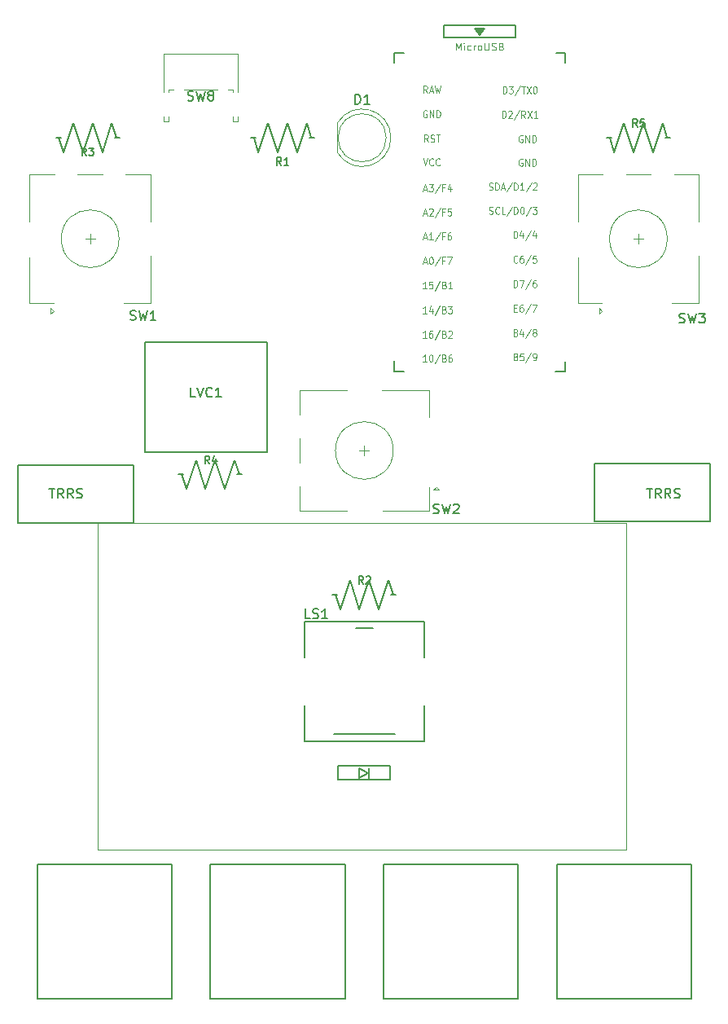
<source format=gbr>
G04 #@! TF.GenerationSoftware,KiCad,Pcbnew,5.1.5+dfsg1-2build2*
G04 #@! TF.CreationDate,2021-03-25T10:03:56+09:00*
G04 #@! TF.ProjectId,pad,7061642e-6b69-4636-9164-5f7063625858,rev?*
G04 #@! TF.SameCoordinates,Original*
G04 #@! TF.FileFunction,Legend,Top*
G04 #@! TF.FilePolarity,Positive*
%FSLAX46Y46*%
G04 Gerber Fmt 4.6, Leading zero omitted, Abs format (unit mm)*
G04 Created by KiCad (PCBNEW 5.1.5+dfsg1-2build2) date 2021-03-25 10:03:56*
%MOMM*%
%LPD*%
G04 APERTURE LIST*
%ADD10C,0.120000*%
%ADD11C,0.150000*%
%ADD12C,0.125000*%
G04 APERTURE END LIST*
D10*
X82750000Y-103500000D02*
X82750000Y-137500000D01*
X137750000Y-103500000D02*
X82750000Y-103500000D01*
X137750000Y-137500000D02*
X137750000Y-103500000D01*
X82750000Y-137500000D02*
X137750000Y-137500000D01*
D11*
X74500000Y-103500000D02*
X74500000Y-97500000D01*
X74500000Y-97500000D02*
X86500000Y-97500000D01*
X86500000Y-97500000D02*
X86500000Y-103500000D01*
X86500000Y-103500000D02*
X74500000Y-103500000D01*
X146431000Y-97400000D02*
X146431000Y-103400000D01*
X146431000Y-103400000D02*
X134431000Y-103400000D01*
X134431000Y-103400000D02*
X134431000Y-97400000D01*
X134431000Y-97400000D02*
X146431000Y-97400000D01*
X107800000Y-128750000D02*
X107800000Y-130250000D01*
X113200000Y-128750000D02*
X107800000Y-128750000D01*
X113200000Y-130250000D02*
X113200000Y-128750000D01*
X107800000Y-130250000D02*
X113200000Y-130250000D01*
X111000000Y-130000000D02*
X111000000Y-129000000D01*
X110000000Y-129000000D02*
X110900000Y-129500000D01*
X110000000Y-130000000D02*
X110000000Y-129000000D01*
X110900000Y-129500000D02*
X110000000Y-130000000D01*
X100430000Y-84730000D02*
X87730000Y-84730000D01*
X100430000Y-96160000D02*
X100430000Y-84730000D01*
X87730000Y-96160000D02*
X100430000Y-96160000D01*
X87730000Y-84730000D02*
X87730000Y-96160000D01*
X99000000Y-63500000D02*
X99500000Y-65000000D01*
X104500000Y-62000000D02*
X105000000Y-63500000D01*
X100500000Y-62000000D02*
X99500000Y-65000000D01*
X100500000Y-62000000D02*
X101500000Y-65000000D01*
X102500000Y-62000000D02*
X103500000Y-65000000D01*
X102500000Y-62000000D02*
X101500000Y-65000000D01*
X99206000Y-63500000D02*
X98698000Y-63500000D01*
X105302000Y-63500000D02*
X104794000Y-63500000D01*
X104500000Y-62000000D02*
X103500000Y-65000000D01*
X107500000Y-111000000D02*
X108000000Y-112500000D01*
X113000000Y-109500000D02*
X113500000Y-111000000D01*
X109000000Y-109500000D02*
X108000000Y-112500000D01*
X109000000Y-109500000D02*
X110000000Y-112500000D01*
X111000000Y-109500000D02*
X112000000Y-112500000D01*
X111000000Y-109500000D02*
X110000000Y-112500000D01*
X107706000Y-111000000D02*
X107198000Y-111000000D01*
X113802000Y-111000000D02*
X113294000Y-111000000D01*
X113000000Y-109500000D02*
X112000000Y-112500000D01*
D10*
X82000000Y-74500000D02*
X82000000Y-73500000D01*
X81500000Y-74000000D02*
X82500000Y-74000000D01*
X85700000Y-67300000D02*
X88300000Y-67300000D01*
X80700000Y-67300000D02*
X83300000Y-67300000D01*
X75700000Y-67300000D02*
X78300000Y-67300000D01*
X77900000Y-81200000D02*
X78200000Y-81500000D01*
X77900000Y-81800000D02*
X77900000Y-81200000D01*
X78200000Y-81500000D02*
X77900000Y-81800000D01*
X75700000Y-80700000D02*
X78200000Y-80700000D01*
X75700000Y-75900000D02*
X75700000Y-80700000D01*
X88300000Y-80700000D02*
X85500000Y-80700000D01*
X88300000Y-75800000D02*
X88300000Y-80700000D01*
X88300000Y-67300000D02*
X88300000Y-72200000D01*
X75700000Y-72200000D02*
X75700000Y-67300000D01*
X85000000Y-74000000D02*
G75*
G03X85000000Y-74000000I-3000000J0D01*
G01*
X113500000Y-96000000D02*
G75*
G03X113500000Y-96000000I-3000000J0D01*
G01*
X108700000Y-102300000D02*
X103800000Y-102300000D01*
X103800000Y-89700000D02*
X108700000Y-89700000D01*
X112300000Y-89700000D02*
X117200000Y-89700000D01*
X117200000Y-89700000D02*
X117200000Y-92500000D01*
X112400000Y-102300000D02*
X117200000Y-102300000D01*
X117200000Y-102300000D02*
X117200000Y-99800000D01*
X118000000Y-99800000D02*
X118300000Y-100100000D01*
X118300000Y-100100000D02*
X117700000Y-100100000D01*
X117700000Y-100100000D02*
X118000000Y-99800000D01*
X103800000Y-102300000D02*
X103800000Y-99700000D01*
X103800000Y-97300000D02*
X103800000Y-94700000D01*
X103800000Y-92300000D02*
X103800000Y-89700000D01*
X110500000Y-96500000D02*
X110500000Y-95500000D01*
X111000000Y-96000000D02*
X110000000Y-96000000D01*
X139000000Y-74500000D02*
X139000000Y-73500000D01*
X138500000Y-74000000D02*
X139500000Y-74000000D01*
X142700000Y-67300000D02*
X145300000Y-67300000D01*
X137700000Y-67300000D02*
X140300000Y-67300000D01*
X132700000Y-67300000D02*
X135300000Y-67300000D01*
X134900000Y-81200000D02*
X135200000Y-81500000D01*
X134900000Y-81800000D02*
X134900000Y-81200000D01*
X135200000Y-81500000D02*
X134900000Y-81800000D01*
X132700000Y-80700000D02*
X135200000Y-80700000D01*
X132700000Y-75900000D02*
X132700000Y-80700000D01*
X145300000Y-80700000D02*
X142500000Y-80700000D01*
X145300000Y-75800000D02*
X145300000Y-80700000D01*
X145300000Y-67300000D02*
X145300000Y-72200000D01*
X132700000Y-72200000D02*
X132700000Y-67300000D01*
X142000000Y-74000000D02*
G75*
G03X142000000Y-74000000I-3000000J0D01*
G01*
D11*
X90500000Y-139000000D02*
X90500000Y-153000000D01*
X90500000Y-153000000D02*
X76500000Y-153000000D01*
X90500000Y-139000000D02*
X76500000Y-139000000D01*
X76500000Y-139000000D02*
X76500000Y-153000000D01*
X94500000Y-139000000D02*
X94500000Y-153000000D01*
X108500000Y-139000000D02*
X94500000Y-139000000D01*
X108500000Y-153000000D02*
X94500000Y-153000000D01*
X108500000Y-139000000D02*
X108500000Y-153000000D01*
X126500000Y-139000000D02*
X126500000Y-153000000D01*
X126500000Y-153000000D02*
X112500000Y-153000000D01*
X126500000Y-139000000D02*
X112500000Y-139000000D01*
X112500000Y-139000000D02*
X112500000Y-153000000D01*
X130500000Y-139000000D02*
X130500000Y-153000000D01*
X144500000Y-139000000D02*
X130500000Y-139000000D01*
X144500000Y-153000000D02*
X130500000Y-153000000D01*
X144500000Y-139000000D02*
X144500000Y-153000000D01*
D10*
X90150000Y-58480000D02*
X90150000Y-58710000D01*
X89630000Y-54810000D02*
X97350000Y-54810000D01*
X97350000Y-54810000D02*
X97350000Y-58710000D01*
X89630000Y-61820000D02*
X90150000Y-61820000D01*
X89630000Y-54810000D02*
X89630000Y-58710000D01*
X96830000Y-58480000D02*
X96830000Y-58710000D01*
X90150000Y-61310000D02*
X90150000Y-61820000D01*
X89630000Y-61310000D02*
X89630000Y-61820000D01*
X96290000Y-58480000D02*
X96830000Y-58480000D01*
X96830000Y-61310000D02*
X96830000Y-61820000D01*
X96830000Y-61820000D02*
X97350000Y-61820000D01*
X97350000Y-61310000D02*
X97350000Y-61820000D01*
X90150000Y-58480000D02*
X90690000Y-58480000D01*
X91790000Y-58480000D02*
X95190000Y-58480000D01*
D11*
X131400000Y-87750000D02*
X130390000Y-87750000D01*
X113600000Y-87750000D02*
X114600000Y-87750000D01*
X131400000Y-86750000D02*
X131400000Y-87750000D01*
X113600000Y-86700000D02*
X113600000Y-87750000D01*
X131400000Y-54700000D02*
X130450000Y-54700000D01*
X113600000Y-54700000D02*
X114600000Y-54700000D01*
X131400000Y-54700000D02*
X131400000Y-55700000D01*
X113600000Y-54700000D02*
X113600000Y-55700000D01*
X118750000Y-51800000D02*
X118750000Y-53100000D01*
X118750000Y-53100000D02*
X126250000Y-53100000D01*
X126250000Y-53100000D02*
X126250000Y-51800000D01*
X126250000Y-51800000D02*
X118750000Y-51800000D01*
X122000000Y-52150000D02*
X123000000Y-52150000D01*
X123000000Y-52150000D02*
X122500000Y-52800000D01*
X122500000Y-52800000D02*
X122000000Y-52150000D01*
X122150000Y-52300000D02*
X122850000Y-52300000D01*
X122250000Y-52450000D02*
X122750000Y-52450000D01*
X122350000Y-52600000D02*
X122650000Y-52600000D01*
D10*
X113260000Y-63500462D02*
G75*
G03X107710000Y-61955170I-2990000J462D01*
G01*
X113260000Y-63499538D02*
G75*
G02X107710000Y-65044830I-2990000J-462D01*
G01*
X112770000Y-63500000D02*
G75*
G03X112770000Y-63500000I-2500000J0D01*
G01*
X107710000Y-61955000D02*
X107710000Y-65045000D01*
D11*
X116700000Y-113800000D02*
X104300000Y-113800000D01*
X104300000Y-126200000D02*
X116700000Y-126200000D01*
X104300000Y-113800000D02*
X104300000Y-117500000D01*
X116700000Y-113800000D02*
X116700000Y-117500000D01*
X104300000Y-126200000D02*
X104300000Y-122500000D01*
X116700000Y-126200000D02*
X116700000Y-122500000D01*
X109600000Y-114500000D02*
X111400000Y-114500000D01*
X107300000Y-125500000D02*
X113700000Y-125500000D01*
X84750000Y-63500000D02*
X84250000Y-62000000D01*
X79250000Y-65000000D02*
X78750000Y-63500000D01*
X83250000Y-65000000D02*
X84250000Y-62000000D01*
X83250000Y-65000000D02*
X82250000Y-62000000D01*
X81250000Y-65000000D02*
X80250000Y-62000000D01*
X81250000Y-65000000D02*
X82250000Y-62000000D01*
X84544000Y-63500000D02*
X85052000Y-63500000D01*
X78448000Y-63500000D02*
X78956000Y-63500000D01*
X79250000Y-65000000D02*
X80250000Y-62000000D01*
X97000000Y-97000000D02*
X96000000Y-100000000D01*
X97802000Y-98500000D02*
X97294000Y-98500000D01*
X91706000Y-98500000D02*
X91198000Y-98500000D01*
X95000000Y-97000000D02*
X94000000Y-100000000D01*
X95000000Y-97000000D02*
X96000000Y-100000000D01*
X93000000Y-97000000D02*
X94000000Y-100000000D01*
X93000000Y-97000000D02*
X92000000Y-100000000D01*
X97000000Y-97000000D02*
X97500000Y-98500000D01*
X91500000Y-98500000D02*
X92000000Y-100000000D01*
X136000000Y-63500000D02*
X136500000Y-65000000D01*
X141500000Y-62000000D02*
X142000000Y-63500000D01*
X137500000Y-62000000D02*
X136500000Y-65000000D01*
X137500000Y-62000000D02*
X138500000Y-65000000D01*
X139500000Y-62000000D02*
X140500000Y-65000000D01*
X139500000Y-62000000D02*
X138500000Y-65000000D01*
X136206000Y-63500000D02*
X135698000Y-63500000D01*
X142302000Y-63500000D02*
X141794000Y-63500000D01*
X141500000Y-62000000D02*
X140500000Y-65000000D01*
X77738095Y-99952380D02*
X78309523Y-99952380D01*
X78023809Y-100952380D02*
X78023809Y-99952380D01*
X79214285Y-100952380D02*
X78880952Y-100476190D01*
X78642857Y-100952380D02*
X78642857Y-99952380D01*
X79023809Y-99952380D01*
X79119047Y-100000000D01*
X79166666Y-100047619D01*
X79214285Y-100142857D01*
X79214285Y-100285714D01*
X79166666Y-100380952D01*
X79119047Y-100428571D01*
X79023809Y-100476190D01*
X78642857Y-100476190D01*
X80214285Y-100952380D02*
X79880952Y-100476190D01*
X79642857Y-100952380D02*
X79642857Y-99952380D01*
X80023809Y-99952380D01*
X80119047Y-100000000D01*
X80166666Y-100047619D01*
X80214285Y-100142857D01*
X80214285Y-100285714D01*
X80166666Y-100380952D01*
X80119047Y-100428571D01*
X80023809Y-100476190D01*
X79642857Y-100476190D01*
X80595238Y-100904761D02*
X80738095Y-100952380D01*
X80976190Y-100952380D01*
X81071428Y-100904761D01*
X81119047Y-100857142D01*
X81166666Y-100761904D01*
X81166666Y-100666666D01*
X81119047Y-100571428D01*
X81071428Y-100523809D01*
X80976190Y-100476190D01*
X80785714Y-100428571D01*
X80690476Y-100380952D01*
X80642857Y-100333333D01*
X80595238Y-100238095D01*
X80595238Y-100142857D01*
X80642857Y-100047619D01*
X80690476Y-100000000D01*
X80785714Y-99952380D01*
X81023809Y-99952380D01*
X81166666Y-100000000D01*
X139869095Y-99952380D02*
X140440523Y-99952380D01*
X140154809Y-100952380D02*
X140154809Y-99952380D01*
X141345285Y-100952380D02*
X141011952Y-100476190D01*
X140773857Y-100952380D02*
X140773857Y-99952380D01*
X141154809Y-99952380D01*
X141250047Y-100000000D01*
X141297666Y-100047619D01*
X141345285Y-100142857D01*
X141345285Y-100285714D01*
X141297666Y-100380952D01*
X141250047Y-100428571D01*
X141154809Y-100476190D01*
X140773857Y-100476190D01*
X142345285Y-100952380D02*
X142011952Y-100476190D01*
X141773857Y-100952380D02*
X141773857Y-99952380D01*
X142154809Y-99952380D01*
X142250047Y-100000000D01*
X142297666Y-100047619D01*
X142345285Y-100142857D01*
X142345285Y-100285714D01*
X142297666Y-100380952D01*
X142250047Y-100428571D01*
X142154809Y-100476190D01*
X141773857Y-100476190D01*
X142726238Y-100904761D02*
X142869095Y-100952380D01*
X143107190Y-100952380D01*
X143202428Y-100904761D01*
X143250047Y-100857142D01*
X143297666Y-100761904D01*
X143297666Y-100666666D01*
X143250047Y-100571428D01*
X143202428Y-100523809D01*
X143107190Y-100476190D01*
X142916714Y-100428571D01*
X142821476Y-100380952D01*
X142773857Y-100333333D01*
X142726238Y-100238095D01*
X142726238Y-100142857D01*
X142773857Y-100047619D01*
X142821476Y-100000000D01*
X142916714Y-99952380D01*
X143154809Y-99952380D01*
X143297666Y-100000000D01*
X92904761Y-90452380D02*
X92428571Y-90452380D01*
X92428571Y-89452380D01*
X93095238Y-89452380D02*
X93428571Y-90452380D01*
X93761904Y-89452380D01*
X94666666Y-90357142D02*
X94619047Y-90404761D01*
X94476190Y-90452380D01*
X94380952Y-90452380D01*
X94238095Y-90404761D01*
X94142857Y-90309523D01*
X94095238Y-90214285D01*
X94047619Y-90023809D01*
X94047619Y-89880952D01*
X94095238Y-89690476D01*
X94142857Y-89595238D01*
X94238095Y-89500000D01*
X94380952Y-89452380D01*
X94476190Y-89452380D01*
X94619047Y-89500000D01*
X94666666Y-89547619D01*
X95619047Y-90452380D02*
X95047619Y-90452380D01*
X95333333Y-90452380D02*
X95333333Y-89452380D01*
X95238095Y-89595238D01*
X95142857Y-89690476D01*
X95047619Y-89738095D01*
X101866666Y-66361904D02*
X101600000Y-65980952D01*
X101409523Y-66361904D02*
X101409523Y-65561904D01*
X101714285Y-65561904D01*
X101790476Y-65600000D01*
X101828571Y-65638095D01*
X101866666Y-65714285D01*
X101866666Y-65828571D01*
X101828571Y-65904761D01*
X101790476Y-65942857D01*
X101714285Y-65980952D01*
X101409523Y-65980952D01*
X102628571Y-66361904D02*
X102171428Y-66361904D01*
X102400000Y-66361904D02*
X102400000Y-65561904D01*
X102323809Y-65676190D01*
X102247619Y-65752380D01*
X102171428Y-65790476D01*
X110392066Y-109861904D02*
X110125400Y-109480952D01*
X109934923Y-109861904D02*
X109934923Y-109061904D01*
X110239685Y-109061904D01*
X110315876Y-109100000D01*
X110353971Y-109138095D01*
X110392066Y-109214285D01*
X110392066Y-109328571D01*
X110353971Y-109404761D01*
X110315876Y-109442857D01*
X110239685Y-109480952D01*
X109934923Y-109480952D01*
X110696828Y-109138095D02*
X110734923Y-109100000D01*
X110811114Y-109061904D01*
X111001590Y-109061904D01*
X111077780Y-109100000D01*
X111115876Y-109138095D01*
X111153971Y-109214285D01*
X111153971Y-109290476D01*
X111115876Y-109404761D01*
X110658733Y-109861904D01*
X111153971Y-109861904D01*
X86166666Y-82404761D02*
X86309523Y-82452380D01*
X86547619Y-82452380D01*
X86642857Y-82404761D01*
X86690476Y-82357142D01*
X86738095Y-82261904D01*
X86738095Y-82166666D01*
X86690476Y-82071428D01*
X86642857Y-82023809D01*
X86547619Y-81976190D01*
X86357142Y-81928571D01*
X86261904Y-81880952D01*
X86214285Y-81833333D01*
X86166666Y-81738095D01*
X86166666Y-81642857D01*
X86214285Y-81547619D01*
X86261904Y-81500000D01*
X86357142Y-81452380D01*
X86595238Y-81452380D01*
X86738095Y-81500000D01*
X87071428Y-81452380D02*
X87309523Y-82452380D01*
X87500000Y-81738095D01*
X87690476Y-82452380D01*
X87928571Y-81452380D01*
X88833333Y-82452380D02*
X88261904Y-82452380D01*
X88547619Y-82452380D02*
X88547619Y-81452380D01*
X88452380Y-81595238D01*
X88357142Y-81690476D01*
X88261904Y-81738095D01*
X117665666Y-102512761D02*
X117808523Y-102560380D01*
X118046619Y-102560380D01*
X118141857Y-102512761D01*
X118189476Y-102465142D01*
X118237095Y-102369904D01*
X118237095Y-102274666D01*
X118189476Y-102179428D01*
X118141857Y-102131809D01*
X118046619Y-102084190D01*
X117856142Y-102036571D01*
X117760904Y-101988952D01*
X117713285Y-101941333D01*
X117665666Y-101846095D01*
X117665666Y-101750857D01*
X117713285Y-101655619D01*
X117760904Y-101608000D01*
X117856142Y-101560380D01*
X118094238Y-101560380D01*
X118237095Y-101608000D01*
X118570428Y-101560380D02*
X118808523Y-102560380D01*
X118999000Y-101846095D01*
X119189476Y-102560380D01*
X119427571Y-101560380D01*
X119760904Y-101655619D02*
X119808523Y-101608000D01*
X119903761Y-101560380D01*
X120141857Y-101560380D01*
X120237095Y-101608000D01*
X120284714Y-101655619D01*
X120332333Y-101750857D01*
X120332333Y-101846095D01*
X120284714Y-101988952D01*
X119713285Y-102560380D01*
X120332333Y-102560380D01*
X143256166Y-82700761D02*
X143399023Y-82748380D01*
X143637119Y-82748380D01*
X143732357Y-82700761D01*
X143779976Y-82653142D01*
X143827595Y-82557904D01*
X143827595Y-82462666D01*
X143779976Y-82367428D01*
X143732357Y-82319809D01*
X143637119Y-82272190D01*
X143446642Y-82224571D01*
X143351404Y-82176952D01*
X143303785Y-82129333D01*
X143256166Y-82034095D01*
X143256166Y-81938857D01*
X143303785Y-81843619D01*
X143351404Y-81796000D01*
X143446642Y-81748380D01*
X143684738Y-81748380D01*
X143827595Y-81796000D01*
X144160928Y-81748380D02*
X144399023Y-82748380D01*
X144589500Y-82034095D01*
X144779976Y-82748380D01*
X145018071Y-81748380D01*
X145303785Y-81748380D02*
X145922833Y-81748380D01*
X145589500Y-82129333D01*
X145732357Y-82129333D01*
X145827595Y-82176952D01*
X145875214Y-82224571D01*
X145922833Y-82319809D01*
X145922833Y-82557904D01*
X145875214Y-82653142D01*
X145827595Y-82700761D01*
X145732357Y-82748380D01*
X145446642Y-82748380D01*
X145351404Y-82700761D01*
X145303785Y-82653142D01*
X92156666Y-59594761D02*
X92299523Y-59642380D01*
X92537619Y-59642380D01*
X92632857Y-59594761D01*
X92680476Y-59547142D01*
X92728095Y-59451904D01*
X92728095Y-59356666D01*
X92680476Y-59261428D01*
X92632857Y-59213809D01*
X92537619Y-59166190D01*
X92347142Y-59118571D01*
X92251904Y-59070952D01*
X92204285Y-59023333D01*
X92156666Y-58928095D01*
X92156666Y-58832857D01*
X92204285Y-58737619D01*
X92251904Y-58690000D01*
X92347142Y-58642380D01*
X92585238Y-58642380D01*
X92728095Y-58690000D01*
X93061428Y-58642380D02*
X93299523Y-59642380D01*
X93490000Y-58928095D01*
X93680476Y-59642380D01*
X93918571Y-58642380D01*
X94442380Y-59070952D02*
X94347142Y-59023333D01*
X94299523Y-58975714D01*
X94251904Y-58880476D01*
X94251904Y-58832857D01*
X94299523Y-58737619D01*
X94347142Y-58690000D01*
X94442380Y-58642380D01*
X94632857Y-58642380D01*
X94728095Y-58690000D01*
X94775714Y-58737619D01*
X94823333Y-58832857D01*
X94823333Y-58880476D01*
X94775714Y-58975714D01*
X94728095Y-59023333D01*
X94632857Y-59070952D01*
X94442380Y-59070952D01*
X94347142Y-59118571D01*
X94299523Y-59166190D01*
X94251904Y-59261428D01*
X94251904Y-59451904D01*
X94299523Y-59547142D01*
X94347142Y-59594761D01*
X94442380Y-59642380D01*
X94632857Y-59642380D01*
X94728095Y-59594761D01*
X94775714Y-59547142D01*
X94823333Y-59451904D01*
X94823333Y-59261428D01*
X94775714Y-59166190D01*
X94728095Y-59118571D01*
X94632857Y-59070952D01*
D12*
X117042380Y-58839285D02*
X116819047Y-58482142D01*
X116659523Y-58839285D02*
X116659523Y-58089285D01*
X116914761Y-58089285D01*
X116978571Y-58125000D01*
X117010476Y-58160714D01*
X117042380Y-58232142D01*
X117042380Y-58339285D01*
X117010476Y-58410714D01*
X116978571Y-58446428D01*
X116914761Y-58482142D01*
X116659523Y-58482142D01*
X117297619Y-58625000D02*
X117616666Y-58625000D01*
X117233809Y-58839285D02*
X117457142Y-58089285D01*
X117680476Y-58839285D01*
X117840000Y-58089285D02*
X117999523Y-58839285D01*
X118127142Y-58303571D01*
X118254761Y-58839285D01*
X118414285Y-58089285D01*
X116994523Y-60675000D02*
X116930714Y-60639285D01*
X116835000Y-60639285D01*
X116739285Y-60675000D01*
X116675476Y-60746428D01*
X116643571Y-60817857D01*
X116611666Y-60960714D01*
X116611666Y-61067857D01*
X116643571Y-61210714D01*
X116675476Y-61282142D01*
X116739285Y-61353571D01*
X116835000Y-61389285D01*
X116898809Y-61389285D01*
X116994523Y-61353571D01*
X117026428Y-61317857D01*
X117026428Y-61067857D01*
X116898809Y-61067857D01*
X117313571Y-61389285D02*
X117313571Y-60639285D01*
X117696428Y-61389285D01*
X117696428Y-60639285D01*
X118015476Y-61389285D02*
X118015476Y-60639285D01*
X118175000Y-60639285D01*
X118270714Y-60675000D01*
X118334523Y-60746428D01*
X118366428Y-60817857D01*
X118398333Y-60960714D01*
X118398333Y-61067857D01*
X118366428Y-61210714D01*
X118334523Y-61282142D01*
X118270714Y-61353571D01*
X118175000Y-61389285D01*
X118015476Y-61389285D01*
X117138095Y-63939285D02*
X116914761Y-63582142D01*
X116755238Y-63939285D02*
X116755238Y-63189285D01*
X117010476Y-63189285D01*
X117074285Y-63225000D01*
X117106190Y-63260714D01*
X117138095Y-63332142D01*
X117138095Y-63439285D01*
X117106190Y-63510714D01*
X117074285Y-63546428D01*
X117010476Y-63582142D01*
X116755238Y-63582142D01*
X117393333Y-63903571D02*
X117489047Y-63939285D01*
X117648571Y-63939285D01*
X117712380Y-63903571D01*
X117744285Y-63867857D01*
X117776190Y-63796428D01*
X117776190Y-63725000D01*
X117744285Y-63653571D01*
X117712380Y-63617857D01*
X117648571Y-63582142D01*
X117520952Y-63546428D01*
X117457142Y-63510714D01*
X117425238Y-63475000D01*
X117393333Y-63403571D01*
X117393333Y-63332142D01*
X117425238Y-63260714D01*
X117457142Y-63225000D01*
X117520952Y-63189285D01*
X117680476Y-63189285D01*
X117776190Y-63225000D01*
X117967619Y-63189285D02*
X118350476Y-63189285D01*
X118159047Y-63939285D02*
X118159047Y-63189285D01*
X116611666Y-65639285D02*
X116835000Y-66389285D01*
X117058333Y-65639285D01*
X117664523Y-66317857D02*
X117632619Y-66353571D01*
X117536904Y-66389285D01*
X117473095Y-66389285D01*
X117377380Y-66353571D01*
X117313571Y-66282142D01*
X117281666Y-66210714D01*
X117249761Y-66067857D01*
X117249761Y-65960714D01*
X117281666Y-65817857D01*
X117313571Y-65746428D01*
X117377380Y-65675000D01*
X117473095Y-65639285D01*
X117536904Y-65639285D01*
X117632619Y-65675000D01*
X117664523Y-65710714D01*
X118334523Y-66317857D02*
X118302619Y-66353571D01*
X118206904Y-66389285D01*
X118143095Y-66389285D01*
X118047380Y-66353571D01*
X117983571Y-66282142D01*
X117951666Y-66210714D01*
X117919761Y-66067857D01*
X117919761Y-65960714D01*
X117951666Y-65817857D01*
X117983571Y-65746428D01*
X118047380Y-65675000D01*
X118143095Y-65639285D01*
X118206904Y-65639285D01*
X118302619Y-65675000D01*
X118334523Y-65710714D01*
X116669285Y-68875000D02*
X116988333Y-68875000D01*
X116605476Y-69089285D02*
X116828809Y-68339285D01*
X117052142Y-69089285D01*
X117211666Y-68339285D02*
X117626428Y-68339285D01*
X117403095Y-68625000D01*
X117498809Y-68625000D01*
X117562619Y-68660714D01*
X117594523Y-68696428D01*
X117626428Y-68767857D01*
X117626428Y-68946428D01*
X117594523Y-69017857D01*
X117562619Y-69053571D01*
X117498809Y-69089285D01*
X117307380Y-69089285D01*
X117243571Y-69053571D01*
X117211666Y-69017857D01*
X118392142Y-68303571D02*
X117817857Y-69267857D01*
X118838809Y-68696428D02*
X118615476Y-68696428D01*
X118615476Y-69089285D02*
X118615476Y-68339285D01*
X118934523Y-68339285D01*
X119476904Y-68589285D02*
X119476904Y-69089285D01*
X119317380Y-68303571D02*
X119157857Y-68839285D01*
X119572619Y-68839285D01*
X116669285Y-71375000D02*
X116988333Y-71375000D01*
X116605476Y-71589285D02*
X116828809Y-70839285D01*
X117052142Y-71589285D01*
X117243571Y-70910714D02*
X117275476Y-70875000D01*
X117339285Y-70839285D01*
X117498809Y-70839285D01*
X117562619Y-70875000D01*
X117594523Y-70910714D01*
X117626428Y-70982142D01*
X117626428Y-71053571D01*
X117594523Y-71160714D01*
X117211666Y-71589285D01*
X117626428Y-71589285D01*
X118392142Y-70803571D02*
X117817857Y-71767857D01*
X118838809Y-71196428D02*
X118615476Y-71196428D01*
X118615476Y-71589285D02*
X118615476Y-70839285D01*
X118934523Y-70839285D01*
X119508809Y-70839285D02*
X119189761Y-70839285D01*
X119157857Y-71196428D01*
X119189761Y-71160714D01*
X119253571Y-71125000D01*
X119413095Y-71125000D01*
X119476904Y-71160714D01*
X119508809Y-71196428D01*
X119540714Y-71267857D01*
X119540714Y-71446428D01*
X119508809Y-71517857D01*
X119476904Y-71553571D01*
X119413095Y-71589285D01*
X119253571Y-71589285D01*
X119189761Y-71553571D01*
X119157857Y-71517857D01*
X116669285Y-73875000D02*
X116988333Y-73875000D01*
X116605476Y-74089285D02*
X116828809Y-73339285D01*
X117052142Y-74089285D01*
X117626428Y-74089285D02*
X117243571Y-74089285D01*
X117435000Y-74089285D02*
X117435000Y-73339285D01*
X117371190Y-73446428D01*
X117307380Y-73517857D01*
X117243571Y-73553571D01*
X118392142Y-73303571D02*
X117817857Y-74267857D01*
X118838809Y-73696428D02*
X118615476Y-73696428D01*
X118615476Y-74089285D02*
X118615476Y-73339285D01*
X118934523Y-73339285D01*
X119476904Y-73339285D02*
X119349285Y-73339285D01*
X119285476Y-73375000D01*
X119253571Y-73410714D01*
X119189761Y-73517857D01*
X119157857Y-73660714D01*
X119157857Y-73946428D01*
X119189761Y-74017857D01*
X119221666Y-74053571D01*
X119285476Y-74089285D01*
X119413095Y-74089285D01*
X119476904Y-74053571D01*
X119508809Y-74017857D01*
X119540714Y-73946428D01*
X119540714Y-73767857D01*
X119508809Y-73696428D01*
X119476904Y-73660714D01*
X119413095Y-73625000D01*
X119285476Y-73625000D01*
X119221666Y-73660714D01*
X119189761Y-73696428D01*
X119157857Y-73767857D01*
X116669285Y-76425000D02*
X116988333Y-76425000D01*
X116605476Y-76639285D02*
X116828809Y-75889285D01*
X117052142Y-76639285D01*
X117403095Y-75889285D02*
X117466904Y-75889285D01*
X117530714Y-75925000D01*
X117562619Y-75960714D01*
X117594523Y-76032142D01*
X117626428Y-76175000D01*
X117626428Y-76353571D01*
X117594523Y-76496428D01*
X117562619Y-76567857D01*
X117530714Y-76603571D01*
X117466904Y-76639285D01*
X117403095Y-76639285D01*
X117339285Y-76603571D01*
X117307380Y-76567857D01*
X117275476Y-76496428D01*
X117243571Y-76353571D01*
X117243571Y-76175000D01*
X117275476Y-76032142D01*
X117307380Y-75960714D01*
X117339285Y-75925000D01*
X117403095Y-75889285D01*
X118392142Y-75853571D02*
X117817857Y-76817857D01*
X118838809Y-76246428D02*
X118615476Y-76246428D01*
X118615476Y-76639285D02*
X118615476Y-75889285D01*
X118934523Y-75889285D01*
X119125952Y-75889285D02*
X119572619Y-75889285D01*
X119285476Y-76639285D01*
X116972380Y-79189285D02*
X116589523Y-79189285D01*
X116780952Y-79189285D02*
X116780952Y-78439285D01*
X116717142Y-78546428D01*
X116653333Y-78617857D01*
X116589523Y-78653571D01*
X117578571Y-78439285D02*
X117259523Y-78439285D01*
X117227619Y-78796428D01*
X117259523Y-78760714D01*
X117323333Y-78725000D01*
X117482857Y-78725000D01*
X117546666Y-78760714D01*
X117578571Y-78796428D01*
X117610476Y-78867857D01*
X117610476Y-79046428D01*
X117578571Y-79117857D01*
X117546666Y-79153571D01*
X117482857Y-79189285D01*
X117323333Y-79189285D01*
X117259523Y-79153571D01*
X117227619Y-79117857D01*
X118376190Y-78403571D02*
X117801904Y-79367857D01*
X118822857Y-78796428D02*
X118918571Y-78832142D01*
X118950476Y-78867857D01*
X118982380Y-78939285D01*
X118982380Y-79046428D01*
X118950476Y-79117857D01*
X118918571Y-79153571D01*
X118854761Y-79189285D01*
X118599523Y-79189285D01*
X118599523Y-78439285D01*
X118822857Y-78439285D01*
X118886666Y-78475000D01*
X118918571Y-78510714D01*
X118950476Y-78582142D01*
X118950476Y-78653571D01*
X118918571Y-78725000D01*
X118886666Y-78760714D01*
X118822857Y-78796428D01*
X118599523Y-78796428D01*
X119620476Y-79189285D02*
X119237619Y-79189285D01*
X119429047Y-79189285D02*
X119429047Y-78439285D01*
X119365238Y-78546428D01*
X119301428Y-78617857D01*
X119237619Y-78653571D01*
X116972380Y-81739285D02*
X116589523Y-81739285D01*
X116780952Y-81739285D02*
X116780952Y-80989285D01*
X116717142Y-81096428D01*
X116653333Y-81167857D01*
X116589523Y-81203571D01*
X117546666Y-81239285D02*
X117546666Y-81739285D01*
X117387142Y-80953571D02*
X117227619Y-81489285D01*
X117642380Y-81489285D01*
X118376190Y-80953571D02*
X117801904Y-81917857D01*
X118822857Y-81346428D02*
X118918571Y-81382142D01*
X118950476Y-81417857D01*
X118982380Y-81489285D01*
X118982380Y-81596428D01*
X118950476Y-81667857D01*
X118918571Y-81703571D01*
X118854761Y-81739285D01*
X118599523Y-81739285D01*
X118599523Y-80989285D01*
X118822857Y-80989285D01*
X118886666Y-81025000D01*
X118918571Y-81060714D01*
X118950476Y-81132142D01*
X118950476Y-81203571D01*
X118918571Y-81275000D01*
X118886666Y-81310714D01*
X118822857Y-81346428D01*
X118599523Y-81346428D01*
X119205714Y-80989285D02*
X119620476Y-80989285D01*
X119397142Y-81275000D01*
X119492857Y-81275000D01*
X119556666Y-81310714D01*
X119588571Y-81346428D01*
X119620476Y-81417857D01*
X119620476Y-81596428D01*
X119588571Y-81667857D01*
X119556666Y-81703571D01*
X119492857Y-81739285D01*
X119301428Y-81739285D01*
X119237619Y-81703571D01*
X119205714Y-81667857D01*
X116972380Y-86789285D02*
X116589523Y-86789285D01*
X116780952Y-86789285D02*
X116780952Y-86039285D01*
X116717142Y-86146428D01*
X116653333Y-86217857D01*
X116589523Y-86253571D01*
X117387142Y-86039285D02*
X117450952Y-86039285D01*
X117514761Y-86075000D01*
X117546666Y-86110714D01*
X117578571Y-86182142D01*
X117610476Y-86325000D01*
X117610476Y-86503571D01*
X117578571Y-86646428D01*
X117546666Y-86717857D01*
X117514761Y-86753571D01*
X117450952Y-86789285D01*
X117387142Y-86789285D01*
X117323333Y-86753571D01*
X117291428Y-86717857D01*
X117259523Y-86646428D01*
X117227619Y-86503571D01*
X117227619Y-86325000D01*
X117259523Y-86182142D01*
X117291428Y-86110714D01*
X117323333Y-86075000D01*
X117387142Y-86039285D01*
X118376190Y-86003571D02*
X117801904Y-86967857D01*
X118822857Y-86396428D02*
X118918571Y-86432142D01*
X118950476Y-86467857D01*
X118982380Y-86539285D01*
X118982380Y-86646428D01*
X118950476Y-86717857D01*
X118918571Y-86753571D01*
X118854761Y-86789285D01*
X118599523Y-86789285D01*
X118599523Y-86039285D01*
X118822857Y-86039285D01*
X118886666Y-86075000D01*
X118918571Y-86110714D01*
X118950476Y-86182142D01*
X118950476Y-86253571D01*
X118918571Y-86325000D01*
X118886666Y-86360714D01*
X118822857Y-86396428D01*
X118599523Y-86396428D01*
X119556666Y-86039285D02*
X119429047Y-86039285D01*
X119365238Y-86075000D01*
X119333333Y-86110714D01*
X119269523Y-86217857D01*
X119237619Y-86360714D01*
X119237619Y-86646428D01*
X119269523Y-86717857D01*
X119301428Y-86753571D01*
X119365238Y-86789285D01*
X119492857Y-86789285D01*
X119556666Y-86753571D01*
X119588571Y-86717857D01*
X119620476Y-86646428D01*
X119620476Y-86467857D01*
X119588571Y-86396428D01*
X119556666Y-86360714D01*
X119492857Y-86325000D01*
X119365238Y-86325000D01*
X119301428Y-86360714D01*
X119269523Y-86396428D01*
X119237619Y-86467857D01*
X116972380Y-84289285D02*
X116589523Y-84289285D01*
X116780952Y-84289285D02*
X116780952Y-83539285D01*
X116717142Y-83646428D01*
X116653333Y-83717857D01*
X116589523Y-83753571D01*
X117546666Y-83539285D02*
X117419047Y-83539285D01*
X117355238Y-83575000D01*
X117323333Y-83610714D01*
X117259523Y-83717857D01*
X117227619Y-83860714D01*
X117227619Y-84146428D01*
X117259523Y-84217857D01*
X117291428Y-84253571D01*
X117355238Y-84289285D01*
X117482857Y-84289285D01*
X117546666Y-84253571D01*
X117578571Y-84217857D01*
X117610476Y-84146428D01*
X117610476Y-83967857D01*
X117578571Y-83896428D01*
X117546666Y-83860714D01*
X117482857Y-83825000D01*
X117355238Y-83825000D01*
X117291428Y-83860714D01*
X117259523Y-83896428D01*
X117227619Y-83967857D01*
X118376190Y-83503571D02*
X117801904Y-84467857D01*
X118822857Y-83896428D02*
X118918571Y-83932142D01*
X118950476Y-83967857D01*
X118982380Y-84039285D01*
X118982380Y-84146428D01*
X118950476Y-84217857D01*
X118918571Y-84253571D01*
X118854761Y-84289285D01*
X118599523Y-84289285D01*
X118599523Y-83539285D01*
X118822857Y-83539285D01*
X118886666Y-83575000D01*
X118918571Y-83610714D01*
X118950476Y-83682142D01*
X118950476Y-83753571D01*
X118918571Y-83825000D01*
X118886666Y-83860714D01*
X118822857Y-83896428D01*
X118599523Y-83896428D01*
X119237619Y-83610714D02*
X119269523Y-83575000D01*
X119333333Y-83539285D01*
X119492857Y-83539285D01*
X119556666Y-83575000D01*
X119588571Y-83610714D01*
X119620476Y-83682142D01*
X119620476Y-83753571D01*
X119588571Y-83860714D01*
X119205714Y-84289285D01*
X119620476Y-84289285D01*
X126072380Y-81196428D02*
X126295714Y-81196428D01*
X126391428Y-81589285D02*
X126072380Y-81589285D01*
X126072380Y-80839285D01*
X126391428Y-80839285D01*
X126965714Y-80839285D02*
X126838095Y-80839285D01*
X126774285Y-80875000D01*
X126742380Y-80910714D01*
X126678571Y-81017857D01*
X126646666Y-81160714D01*
X126646666Y-81446428D01*
X126678571Y-81517857D01*
X126710476Y-81553571D01*
X126774285Y-81589285D01*
X126901904Y-81589285D01*
X126965714Y-81553571D01*
X126997619Y-81517857D01*
X127029523Y-81446428D01*
X127029523Y-81267857D01*
X126997619Y-81196428D01*
X126965714Y-81160714D01*
X126901904Y-81125000D01*
X126774285Y-81125000D01*
X126710476Y-81160714D01*
X126678571Y-81196428D01*
X126646666Y-81267857D01*
X127795238Y-80803571D02*
X127220952Y-81767857D01*
X127954761Y-80839285D02*
X128401428Y-80839285D01*
X128114285Y-81589285D01*
X126040476Y-79039285D02*
X126040476Y-78289285D01*
X126200000Y-78289285D01*
X126295714Y-78325000D01*
X126359523Y-78396428D01*
X126391428Y-78467857D01*
X126423333Y-78610714D01*
X126423333Y-78717857D01*
X126391428Y-78860714D01*
X126359523Y-78932142D01*
X126295714Y-79003571D01*
X126200000Y-79039285D01*
X126040476Y-79039285D01*
X126646666Y-78289285D02*
X127093333Y-78289285D01*
X126806190Y-79039285D01*
X127827142Y-78253571D02*
X127252857Y-79217857D01*
X128337619Y-78289285D02*
X128210000Y-78289285D01*
X128146190Y-78325000D01*
X128114285Y-78360714D01*
X128050476Y-78467857D01*
X128018571Y-78610714D01*
X128018571Y-78896428D01*
X128050476Y-78967857D01*
X128082380Y-79003571D01*
X128146190Y-79039285D01*
X128273809Y-79039285D01*
X128337619Y-79003571D01*
X128369523Y-78967857D01*
X128401428Y-78896428D01*
X128401428Y-78717857D01*
X128369523Y-78646428D01*
X128337619Y-78610714D01*
X128273809Y-78575000D01*
X128146190Y-78575000D01*
X128082380Y-78610714D01*
X128050476Y-78646428D01*
X128018571Y-78717857D01*
X126944523Y-63275000D02*
X126880714Y-63239285D01*
X126785000Y-63239285D01*
X126689285Y-63275000D01*
X126625476Y-63346428D01*
X126593571Y-63417857D01*
X126561666Y-63560714D01*
X126561666Y-63667857D01*
X126593571Y-63810714D01*
X126625476Y-63882142D01*
X126689285Y-63953571D01*
X126785000Y-63989285D01*
X126848809Y-63989285D01*
X126944523Y-63953571D01*
X126976428Y-63917857D01*
X126976428Y-63667857D01*
X126848809Y-63667857D01*
X127263571Y-63989285D02*
X127263571Y-63239285D01*
X127646428Y-63989285D01*
X127646428Y-63239285D01*
X127965476Y-63989285D02*
X127965476Y-63239285D01*
X128125000Y-63239285D01*
X128220714Y-63275000D01*
X128284523Y-63346428D01*
X128316428Y-63417857D01*
X128348333Y-63560714D01*
X128348333Y-63667857D01*
X128316428Y-63810714D01*
X128284523Y-63882142D01*
X128220714Y-63953571D01*
X128125000Y-63989285D01*
X127965476Y-63989285D01*
X126944523Y-65725000D02*
X126880714Y-65689285D01*
X126785000Y-65689285D01*
X126689285Y-65725000D01*
X126625476Y-65796428D01*
X126593571Y-65867857D01*
X126561666Y-66010714D01*
X126561666Y-66117857D01*
X126593571Y-66260714D01*
X126625476Y-66332142D01*
X126689285Y-66403571D01*
X126785000Y-66439285D01*
X126848809Y-66439285D01*
X126944523Y-66403571D01*
X126976428Y-66367857D01*
X126976428Y-66117857D01*
X126848809Y-66117857D01*
X127263571Y-66439285D02*
X127263571Y-65689285D01*
X127646428Y-66439285D01*
X127646428Y-65689285D01*
X127965476Y-66439285D02*
X127965476Y-65689285D01*
X128125000Y-65689285D01*
X128220714Y-65725000D01*
X128284523Y-65796428D01*
X128316428Y-65867857D01*
X128348333Y-66010714D01*
X128348333Y-66117857D01*
X128316428Y-66260714D01*
X128284523Y-66332142D01*
X128220714Y-66403571D01*
X128125000Y-66439285D01*
X127965476Y-66439285D01*
X124916190Y-58889285D02*
X124916190Y-58139285D01*
X125075714Y-58139285D01*
X125171428Y-58175000D01*
X125235238Y-58246428D01*
X125267142Y-58317857D01*
X125299047Y-58460714D01*
X125299047Y-58567857D01*
X125267142Y-58710714D01*
X125235238Y-58782142D01*
X125171428Y-58853571D01*
X125075714Y-58889285D01*
X124916190Y-58889285D01*
X125522380Y-58139285D02*
X125937142Y-58139285D01*
X125713809Y-58425000D01*
X125809523Y-58425000D01*
X125873333Y-58460714D01*
X125905238Y-58496428D01*
X125937142Y-58567857D01*
X125937142Y-58746428D01*
X125905238Y-58817857D01*
X125873333Y-58853571D01*
X125809523Y-58889285D01*
X125618095Y-58889285D01*
X125554285Y-58853571D01*
X125522380Y-58817857D01*
X126702857Y-58103571D02*
X126128571Y-59067857D01*
X126830476Y-58139285D02*
X127213333Y-58139285D01*
X127021904Y-58889285D02*
X127021904Y-58139285D01*
X127372857Y-58139285D02*
X127819523Y-58889285D01*
X127819523Y-58139285D02*
X127372857Y-58889285D01*
X128202380Y-58139285D02*
X128266190Y-58139285D01*
X128330000Y-58175000D01*
X128361904Y-58210714D01*
X128393809Y-58282142D01*
X128425714Y-58425000D01*
X128425714Y-58603571D01*
X128393809Y-58746428D01*
X128361904Y-58817857D01*
X128330000Y-58853571D01*
X128266190Y-58889285D01*
X128202380Y-58889285D01*
X128138571Y-58853571D01*
X128106666Y-58817857D01*
X128074761Y-58746428D01*
X128042857Y-58603571D01*
X128042857Y-58425000D01*
X128074761Y-58282142D01*
X128106666Y-58210714D01*
X128138571Y-58175000D01*
X128202380Y-58139285D01*
X126040476Y-73939285D02*
X126040476Y-73189285D01*
X126200000Y-73189285D01*
X126295714Y-73225000D01*
X126359523Y-73296428D01*
X126391428Y-73367857D01*
X126423333Y-73510714D01*
X126423333Y-73617857D01*
X126391428Y-73760714D01*
X126359523Y-73832142D01*
X126295714Y-73903571D01*
X126200000Y-73939285D01*
X126040476Y-73939285D01*
X126997619Y-73439285D02*
X126997619Y-73939285D01*
X126838095Y-73153571D02*
X126678571Y-73689285D01*
X127093333Y-73689285D01*
X127827142Y-73153571D02*
X127252857Y-74117857D01*
X128337619Y-73439285D02*
X128337619Y-73939285D01*
X128178095Y-73153571D02*
X128018571Y-73689285D01*
X128433333Y-73689285D01*
X123466428Y-68903571D02*
X123562142Y-68939285D01*
X123721666Y-68939285D01*
X123785476Y-68903571D01*
X123817380Y-68867857D01*
X123849285Y-68796428D01*
X123849285Y-68725000D01*
X123817380Y-68653571D01*
X123785476Y-68617857D01*
X123721666Y-68582142D01*
X123594047Y-68546428D01*
X123530238Y-68510714D01*
X123498333Y-68475000D01*
X123466428Y-68403571D01*
X123466428Y-68332142D01*
X123498333Y-68260714D01*
X123530238Y-68225000D01*
X123594047Y-68189285D01*
X123753571Y-68189285D01*
X123849285Y-68225000D01*
X124136428Y-68939285D02*
X124136428Y-68189285D01*
X124295952Y-68189285D01*
X124391666Y-68225000D01*
X124455476Y-68296428D01*
X124487380Y-68367857D01*
X124519285Y-68510714D01*
X124519285Y-68617857D01*
X124487380Y-68760714D01*
X124455476Y-68832142D01*
X124391666Y-68903571D01*
X124295952Y-68939285D01*
X124136428Y-68939285D01*
X124774523Y-68725000D02*
X125093571Y-68725000D01*
X124710714Y-68939285D02*
X124934047Y-68189285D01*
X125157380Y-68939285D01*
X125859285Y-68153571D02*
X125285000Y-69117857D01*
X126082619Y-68939285D02*
X126082619Y-68189285D01*
X126242142Y-68189285D01*
X126337857Y-68225000D01*
X126401666Y-68296428D01*
X126433571Y-68367857D01*
X126465476Y-68510714D01*
X126465476Y-68617857D01*
X126433571Y-68760714D01*
X126401666Y-68832142D01*
X126337857Y-68903571D01*
X126242142Y-68939285D01*
X126082619Y-68939285D01*
X127103571Y-68939285D02*
X126720714Y-68939285D01*
X126912142Y-68939285D02*
X126912142Y-68189285D01*
X126848333Y-68296428D01*
X126784523Y-68367857D01*
X126720714Y-68403571D01*
X127869285Y-68153571D02*
X127295000Y-69117857D01*
X128060714Y-68260714D02*
X128092619Y-68225000D01*
X128156428Y-68189285D01*
X128315952Y-68189285D01*
X128379761Y-68225000D01*
X128411666Y-68260714D01*
X128443571Y-68332142D01*
X128443571Y-68403571D01*
X128411666Y-68510714D01*
X128028809Y-68939285D01*
X128443571Y-68939285D01*
X123482380Y-71403571D02*
X123578095Y-71439285D01*
X123737619Y-71439285D01*
X123801428Y-71403571D01*
X123833333Y-71367857D01*
X123865238Y-71296428D01*
X123865238Y-71225000D01*
X123833333Y-71153571D01*
X123801428Y-71117857D01*
X123737619Y-71082142D01*
X123610000Y-71046428D01*
X123546190Y-71010714D01*
X123514285Y-70975000D01*
X123482380Y-70903571D01*
X123482380Y-70832142D01*
X123514285Y-70760714D01*
X123546190Y-70725000D01*
X123610000Y-70689285D01*
X123769523Y-70689285D01*
X123865238Y-70725000D01*
X124535238Y-71367857D02*
X124503333Y-71403571D01*
X124407619Y-71439285D01*
X124343809Y-71439285D01*
X124248095Y-71403571D01*
X124184285Y-71332142D01*
X124152380Y-71260714D01*
X124120476Y-71117857D01*
X124120476Y-71010714D01*
X124152380Y-70867857D01*
X124184285Y-70796428D01*
X124248095Y-70725000D01*
X124343809Y-70689285D01*
X124407619Y-70689285D01*
X124503333Y-70725000D01*
X124535238Y-70760714D01*
X125141428Y-71439285D02*
X124822380Y-71439285D01*
X124822380Y-70689285D01*
X125843333Y-70653571D02*
X125269047Y-71617857D01*
X126066666Y-71439285D02*
X126066666Y-70689285D01*
X126226190Y-70689285D01*
X126321904Y-70725000D01*
X126385714Y-70796428D01*
X126417619Y-70867857D01*
X126449523Y-71010714D01*
X126449523Y-71117857D01*
X126417619Y-71260714D01*
X126385714Y-71332142D01*
X126321904Y-71403571D01*
X126226190Y-71439285D01*
X126066666Y-71439285D01*
X126864285Y-70689285D02*
X126928095Y-70689285D01*
X126991904Y-70725000D01*
X127023809Y-70760714D01*
X127055714Y-70832142D01*
X127087619Y-70975000D01*
X127087619Y-71153571D01*
X127055714Y-71296428D01*
X127023809Y-71367857D01*
X126991904Y-71403571D01*
X126928095Y-71439285D01*
X126864285Y-71439285D01*
X126800476Y-71403571D01*
X126768571Y-71367857D01*
X126736666Y-71296428D01*
X126704761Y-71153571D01*
X126704761Y-70975000D01*
X126736666Y-70832142D01*
X126768571Y-70760714D01*
X126800476Y-70725000D01*
X126864285Y-70689285D01*
X127853333Y-70653571D02*
X127279047Y-71617857D01*
X128012857Y-70689285D02*
X128427619Y-70689285D01*
X128204285Y-70975000D01*
X128300000Y-70975000D01*
X128363809Y-71010714D01*
X128395714Y-71046428D01*
X128427619Y-71117857D01*
X128427619Y-71296428D01*
X128395714Y-71367857D01*
X128363809Y-71403571D01*
X128300000Y-71439285D01*
X128108571Y-71439285D01*
X128044761Y-71403571D01*
X128012857Y-71367857D01*
X126423333Y-76417857D02*
X126391428Y-76453571D01*
X126295714Y-76489285D01*
X126231904Y-76489285D01*
X126136190Y-76453571D01*
X126072380Y-76382142D01*
X126040476Y-76310714D01*
X126008571Y-76167857D01*
X126008571Y-76060714D01*
X126040476Y-75917857D01*
X126072380Y-75846428D01*
X126136190Y-75775000D01*
X126231904Y-75739285D01*
X126295714Y-75739285D01*
X126391428Y-75775000D01*
X126423333Y-75810714D01*
X126997619Y-75739285D02*
X126870000Y-75739285D01*
X126806190Y-75775000D01*
X126774285Y-75810714D01*
X126710476Y-75917857D01*
X126678571Y-76060714D01*
X126678571Y-76346428D01*
X126710476Y-76417857D01*
X126742380Y-76453571D01*
X126806190Y-76489285D01*
X126933809Y-76489285D01*
X126997619Y-76453571D01*
X127029523Y-76417857D01*
X127061428Y-76346428D01*
X127061428Y-76167857D01*
X127029523Y-76096428D01*
X126997619Y-76060714D01*
X126933809Y-76025000D01*
X126806190Y-76025000D01*
X126742380Y-76060714D01*
X126710476Y-76096428D01*
X126678571Y-76167857D01*
X127827142Y-75703571D02*
X127252857Y-76667857D01*
X128369523Y-75739285D02*
X128050476Y-75739285D01*
X128018571Y-76096428D01*
X128050476Y-76060714D01*
X128114285Y-76025000D01*
X128273809Y-76025000D01*
X128337619Y-76060714D01*
X128369523Y-76096428D01*
X128401428Y-76167857D01*
X128401428Y-76346428D01*
X128369523Y-76417857D01*
X128337619Y-76453571D01*
X128273809Y-76489285D01*
X128114285Y-76489285D01*
X128050476Y-76453571D01*
X128018571Y-76417857D01*
X126263809Y-86246428D02*
X126359523Y-86282142D01*
X126391428Y-86317857D01*
X126423333Y-86389285D01*
X126423333Y-86496428D01*
X126391428Y-86567857D01*
X126359523Y-86603571D01*
X126295714Y-86639285D01*
X126040476Y-86639285D01*
X126040476Y-85889285D01*
X126263809Y-85889285D01*
X126327619Y-85925000D01*
X126359523Y-85960714D01*
X126391428Y-86032142D01*
X126391428Y-86103571D01*
X126359523Y-86175000D01*
X126327619Y-86210714D01*
X126263809Y-86246428D01*
X126040476Y-86246428D01*
X127029523Y-85889285D02*
X126710476Y-85889285D01*
X126678571Y-86246428D01*
X126710476Y-86210714D01*
X126774285Y-86175000D01*
X126933809Y-86175000D01*
X126997619Y-86210714D01*
X127029523Y-86246428D01*
X127061428Y-86317857D01*
X127061428Y-86496428D01*
X127029523Y-86567857D01*
X126997619Y-86603571D01*
X126933809Y-86639285D01*
X126774285Y-86639285D01*
X126710476Y-86603571D01*
X126678571Y-86567857D01*
X127827142Y-85853571D02*
X127252857Y-86817857D01*
X128082380Y-86639285D02*
X128210000Y-86639285D01*
X128273809Y-86603571D01*
X128305714Y-86567857D01*
X128369523Y-86460714D01*
X128401428Y-86317857D01*
X128401428Y-86032142D01*
X128369523Y-85960714D01*
X128337619Y-85925000D01*
X128273809Y-85889285D01*
X128146190Y-85889285D01*
X128082380Y-85925000D01*
X128050476Y-85960714D01*
X128018571Y-86032142D01*
X128018571Y-86210714D01*
X128050476Y-86282142D01*
X128082380Y-86317857D01*
X128146190Y-86353571D01*
X128273809Y-86353571D01*
X128337619Y-86317857D01*
X128369523Y-86282142D01*
X128401428Y-86210714D01*
X124836428Y-61439285D02*
X124836428Y-60689285D01*
X124995952Y-60689285D01*
X125091666Y-60725000D01*
X125155476Y-60796428D01*
X125187380Y-60867857D01*
X125219285Y-61010714D01*
X125219285Y-61117857D01*
X125187380Y-61260714D01*
X125155476Y-61332142D01*
X125091666Y-61403571D01*
X124995952Y-61439285D01*
X124836428Y-61439285D01*
X125474523Y-60760714D02*
X125506428Y-60725000D01*
X125570238Y-60689285D01*
X125729761Y-60689285D01*
X125793571Y-60725000D01*
X125825476Y-60760714D01*
X125857380Y-60832142D01*
X125857380Y-60903571D01*
X125825476Y-61010714D01*
X125442619Y-61439285D01*
X125857380Y-61439285D01*
X126623095Y-60653571D02*
X126048809Y-61617857D01*
X127229285Y-61439285D02*
X127005952Y-61082142D01*
X126846428Y-61439285D02*
X126846428Y-60689285D01*
X127101666Y-60689285D01*
X127165476Y-60725000D01*
X127197380Y-60760714D01*
X127229285Y-60832142D01*
X127229285Y-60939285D01*
X127197380Y-61010714D01*
X127165476Y-61046428D01*
X127101666Y-61082142D01*
X126846428Y-61082142D01*
X127452619Y-60689285D02*
X127899285Y-61439285D01*
X127899285Y-60689285D02*
X127452619Y-61439285D01*
X128505476Y-61439285D02*
X128122619Y-61439285D01*
X128314047Y-61439285D02*
X128314047Y-60689285D01*
X128250238Y-60796428D01*
X128186428Y-60867857D01*
X128122619Y-60903571D01*
X126263809Y-83746428D02*
X126359523Y-83782142D01*
X126391428Y-83817857D01*
X126423333Y-83889285D01*
X126423333Y-83996428D01*
X126391428Y-84067857D01*
X126359523Y-84103571D01*
X126295714Y-84139285D01*
X126040476Y-84139285D01*
X126040476Y-83389285D01*
X126263809Y-83389285D01*
X126327619Y-83425000D01*
X126359523Y-83460714D01*
X126391428Y-83532142D01*
X126391428Y-83603571D01*
X126359523Y-83675000D01*
X126327619Y-83710714D01*
X126263809Y-83746428D01*
X126040476Y-83746428D01*
X126997619Y-83639285D02*
X126997619Y-84139285D01*
X126838095Y-83353571D02*
X126678571Y-83889285D01*
X127093333Y-83889285D01*
X127827142Y-83353571D02*
X127252857Y-84317857D01*
X128146190Y-83710714D02*
X128082380Y-83675000D01*
X128050476Y-83639285D01*
X128018571Y-83567857D01*
X128018571Y-83532142D01*
X128050476Y-83460714D01*
X128082380Y-83425000D01*
X128146190Y-83389285D01*
X128273809Y-83389285D01*
X128337619Y-83425000D01*
X128369523Y-83460714D01*
X128401428Y-83532142D01*
X128401428Y-83567857D01*
X128369523Y-83639285D01*
X128337619Y-83675000D01*
X128273809Y-83710714D01*
X128146190Y-83710714D01*
X128082380Y-83746428D01*
X128050476Y-83782142D01*
X128018571Y-83853571D01*
X128018571Y-83996428D01*
X128050476Y-84067857D01*
X128082380Y-84103571D01*
X128146190Y-84139285D01*
X128273809Y-84139285D01*
X128337619Y-84103571D01*
X128369523Y-84067857D01*
X128401428Y-83996428D01*
X128401428Y-83853571D01*
X128369523Y-83782142D01*
X128337619Y-83746428D01*
X128273809Y-83710714D01*
D10*
X120003571Y-54389285D02*
X120003571Y-53639285D01*
X120253571Y-54175000D01*
X120503571Y-53639285D01*
X120503571Y-54389285D01*
X120860714Y-54389285D02*
X120860714Y-53889285D01*
X120860714Y-53639285D02*
X120825000Y-53675000D01*
X120860714Y-53710714D01*
X120896428Y-53675000D01*
X120860714Y-53639285D01*
X120860714Y-53710714D01*
X121539285Y-54353571D02*
X121467857Y-54389285D01*
X121325000Y-54389285D01*
X121253571Y-54353571D01*
X121217857Y-54317857D01*
X121182142Y-54246428D01*
X121182142Y-54032142D01*
X121217857Y-53960714D01*
X121253571Y-53925000D01*
X121325000Y-53889285D01*
X121467857Y-53889285D01*
X121539285Y-53925000D01*
X121860714Y-54389285D02*
X121860714Y-53889285D01*
X121860714Y-54032142D02*
X121896428Y-53960714D01*
X121932142Y-53925000D01*
X122003571Y-53889285D01*
X122075000Y-53889285D01*
X122432142Y-54389285D02*
X122360714Y-54353571D01*
X122325000Y-54317857D01*
X122289285Y-54246428D01*
X122289285Y-54032142D01*
X122325000Y-53960714D01*
X122360714Y-53925000D01*
X122432142Y-53889285D01*
X122539285Y-53889285D01*
X122610714Y-53925000D01*
X122646428Y-53960714D01*
X122682142Y-54032142D01*
X122682142Y-54246428D01*
X122646428Y-54317857D01*
X122610714Y-54353571D01*
X122539285Y-54389285D01*
X122432142Y-54389285D01*
X123003571Y-53639285D02*
X123003571Y-54246428D01*
X123039285Y-54317857D01*
X123075000Y-54353571D01*
X123146428Y-54389285D01*
X123289285Y-54389285D01*
X123360714Y-54353571D01*
X123396428Y-54317857D01*
X123432142Y-54246428D01*
X123432142Y-53639285D01*
X123753571Y-54353571D02*
X123860714Y-54389285D01*
X124039285Y-54389285D01*
X124110714Y-54353571D01*
X124146428Y-54317857D01*
X124182142Y-54246428D01*
X124182142Y-54175000D01*
X124146428Y-54103571D01*
X124110714Y-54067857D01*
X124039285Y-54032142D01*
X123896428Y-53996428D01*
X123825000Y-53960714D01*
X123789285Y-53925000D01*
X123753571Y-53853571D01*
X123753571Y-53782142D01*
X123789285Y-53710714D01*
X123825000Y-53675000D01*
X123896428Y-53639285D01*
X124075000Y-53639285D01*
X124182142Y-53675000D01*
X124753571Y-53996428D02*
X124860714Y-54032142D01*
X124896428Y-54067857D01*
X124932142Y-54139285D01*
X124932142Y-54246428D01*
X124896428Y-54317857D01*
X124860714Y-54353571D01*
X124789285Y-54389285D01*
X124503571Y-54389285D01*
X124503571Y-53639285D01*
X124753571Y-53639285D01*
X124825000Y-53675000D01*
X124860714Y-53710714D01*
X124896428Y-53782142D01*
X124896428Y-53853571D01*
X124860714Y-53925000D01*
X124825000Y-53960714D01*
X124753571Y-53996428D01*
X124503571Y-53996428D01*
D11*
X109531904Y-59992380D02*
X109531904Y-58992380D01*
X109770000Y-58992380D01*
X109912857Y-59040000D01*
X110008095Y-59135238D01*
X110055714Y-59230476D01*
X110103333Y-59420952D01*
X110103333Y-59563809D01*
X110055714Y-59754285D01*
X110008095Y-59849523D01*
X109912857Y-59944761D01*
X109770000Y-59992380D01*
X109531904Y-59992380D01*
X111055714Y-59992380D02*
X110484285Y-59992380D01*
X110770000Y-59992380D02*
X110770000Y-58992380D01*
X110674761Y-59135238D01*
X110579523Y-59230476D01*
X110484285Y-59278095D01*
X104857142Y-113452380D02*
X104380952Y-113452380D01*
X104380952Y-112452380D01*
X105142857Y-113404761D02*
X105285714Y-113452380D01*
X105523809Y-113452380D01*
X105619047Y-113404761D01*
X105666666Y-113357142D01*
X105714285Y-113261904D01*
X105714285Y-113166666D01*
X105666666Y-113071428D01*
X105619047Y-113023809D01*
X105523809Y-112976190D01*
X105333333Y-112928571D01*
X105238095Y-112880952D01*
X105190476Y-112833333D01*
X105142857Y-112738095D01*
X105142857Y-112642857D01*
X105190476Y-112547619D01*
X105238095Y-112500000D01*
X105333333Y-112452380D01*
X105571428Y-112452380D01*
X105714285Y-112500000D01*
X106666666Y-113452380D02*
X106095238Y-113452380D01*
X106380952Y-113452380D02*
X106380952Y-112452380D01*
X106285714Y-112595238D01*
X106190476Y-112690476D01*
X106095238Y-112738095D01*
X81591266Y-65361904D02*
X81324600Y-64980952D01*
X81134123Y-65361904D02*
X81134123Y-64561904D01*
X81438885Y-64561904D01*
X81515076Y-64600000D01*
X81553171Y-64638095D01*
X81591266Y-64714285D01*
X81591266Y-64828571D01*
X81553171Y-64904761D01*
X81515076Y-64942857D01*
X81438885Y-64980952D01*
X81134123Y-64980952D01*
X81857933Y-64561904D02*
X82353171Y-64561904D01*
X82086504Y-64866666D01*
X82200790Y-64866666D01*
X82276980Y-64904761D01*
X82315076Y-64942857D01*
X82353171Y-65019047D01*
X82353171Y-65209523D01*
X82315076Y-65285714D01*
X82276980Y-65323809D01*
X82200790Y-65361904D01*
X81972219Y-65361904D01*
X81896028Y-65323809D01*
X81857933Y-65285714D01*
X94392066Y-97361904D02*
X94125400Y-96980952D01*
X93934923Y-97361904D02*
X93934923Y-96561904D01*
X94239685Y-96561904D01*
X94315876Y-96600000D01*
X94353971Y-96638095D01*
X94392066Y-96714285D01*
X94392066Y-96828571D01*
X94353971Y-96904761D01*
X94315876Y-96942857D01*
X94239685Y-96980952D01*
X93934923Y-96980952D01*
X95077780Y-96828571D02*
X95077780Y-97361904D01*
X94887304Y-96523809D02*
X94696828Y-97095238D01*
X95192066Y-97095238D01*
X138892066Y-62361904D02*
X138625400Y-61980952D01*
X138434923Y-62361904D02*
X138434923Y-61561904D01*
X138739685Y-61561904D01*
X138815876Y-61600000D01*
X138853971Y-61638095D01*
X138892066Y-61714285D01*
X138892066Y-61828571D01*
X138853971Y-61904761D01*
X138815876Y-61942857D01*
X138739685Y-61980952D01*
X138434923Y-61980952D01*
X139615876Y-61561904D02*
X139234923Y-61561904D01*
X139196828Y-61942857D01*
X139234923Y-61904761D01*
X139311114Y-61866666D01*
X139501590Y-61866666D01*
X139577780Y-61904761D01*
X139615876Y-61942857D01*
X139653971Y-62019047D01*
X139653971Y-62209523D01*
X139615876Y-62285714D01*
X139577780Y-62323809D01*
X139501590Y-62361904D01*
X139311114Y-62361904D01*
X139234923Y-62323809D01*
X139196828Y-62285714D01*
M02*

</source>
